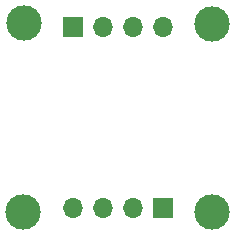
<source format=gbr>
%TF.GenerationSoftware,KiCad,Pcbnew,7.0.10*%
%TF.CreationDate,2025-02-05T15:49:07-05:00*%
%TF.ProjectId,pcb2,70636232-2e6b-4696-9361-645f70636258,rev?*%
%TF.SameCoordinates,Original*%
%TF.FileFunction,Soldermask,Bot*%
%TF.FilePolarity,Negative*%
%FSLAX46Y46*%
G04 Gerber Fmt 4.6, Leading zero omitted, Abs format (unit mm)*
G04 Created by KiCad (PCBNEW 7.0.10) date 2025-02-05 15:49:07*
%MOMM*%
%LPD*%
G01*
G04 APERTURE LIST*
%ADD10C,3.000000*%
%ADD11R,1.700000X1.700000*%
%ADD12O,1.700000X1.700000*%
G04 APERTURE END LIST*
D10*
%TO.C,H4*%
X167810000Y-111720000D03*
%TD*%
%TO.C,H3*%
X151820000Y-111720000D03*
%TD*%
%TO.C,H2*%
X167810000Y-95800000D03*
%TD*%
D11*
%TO.C,J2*%
X156010000Y-96050000D03*
D12*
X158550000Y-96050000D03*
X161090000Y-96050000D03*
X163630000Y-96050000D03*
%TD*%
D11*
%TO.C,J1*%
X163610000Y-111450000D03*
D12*
X161070000Y-111450000D03*
X158530000Y-111450000D03*
X155990000Y-111450000D03*
%TD*%
D10*
%TO.C,H1*%
X151840000Y-95770000D03*
%TD*%
M02*

</source>
